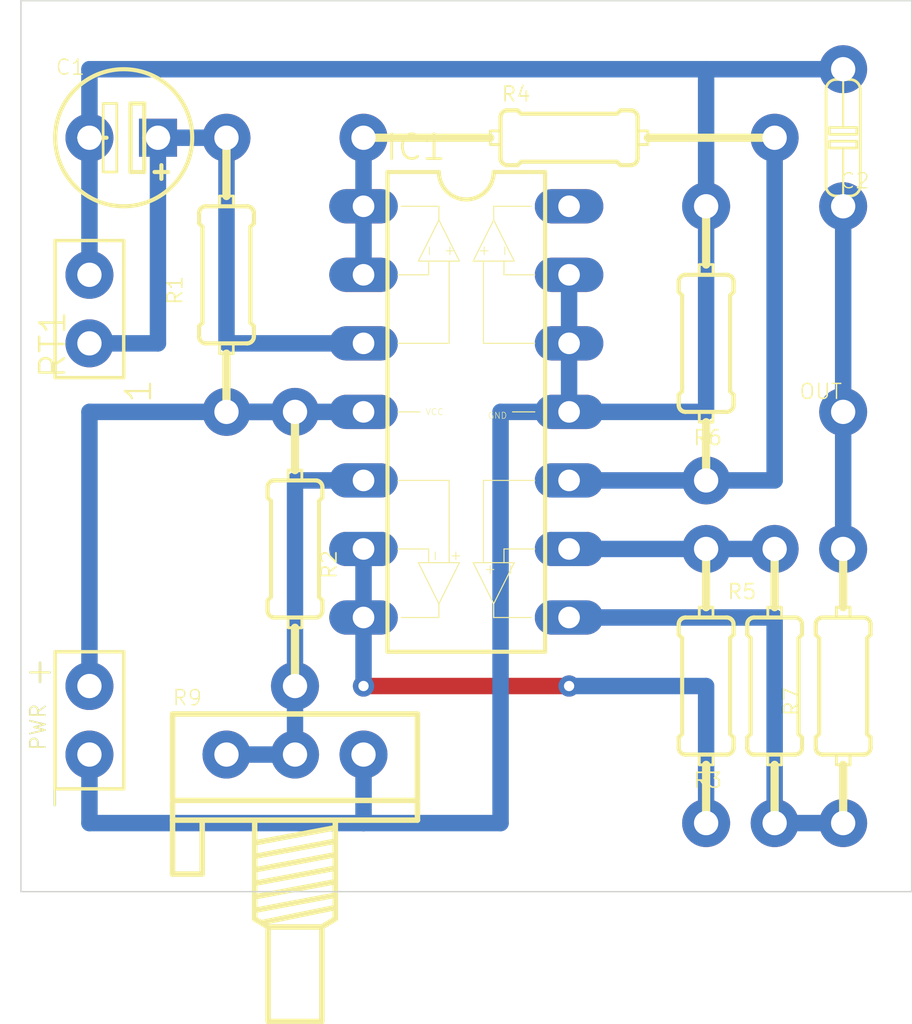
<source format=kicad_pcb>
(kicad_pcb (version 20210424) (generator pcbnew)
  (layers (0 "F.Cu" signal) (31 "B.Cu" signal) (34 "B.Paste" user) (35 "F.Paste" user) (36 "B.SilkS" user "B.Silkscreen") (37 "F.SilkS" user "F.Silkscreen") (38 "B.Mask" user) (39 "F.Mask" user) (44 "Edge.Cuts" user))
  (net 0 "")
  (net 1 "GND")
  (net 2 "N$1")
  (net 3 "VCC")
  (net 4 "N$2")
  (net 5 "N$3")
  (net 6 "N$4")
  (net 7 "N$5")
  (net 8 "N$6")
  (net 9 "N$7")
  (net 10 "N$8")
  (footprint "Pt100-Amplifier-LM324:0204_10-V" (layer "F.Cu") (at 159.9311 113.8936)
    (fp_text reference "R5" (at -0.635 -3.175) (layer "F.SilkS") (effects (font (size 0.54864 0.54864) (thickness 0.06096)) (justify right bottom)))
    (fp_text value "47k")
    (fp_line (start -1.016 -2.286) (end -1.016 -1.905) (layer "F.SilkS") (width 0.1524))
    (fp_line (start 0.889 -1.778) (end 1.016 -1.905) (layer "F.SilkS") (width 0.1524))
    (fp_line (start -0.889 1.778) (end -0.889 -1.778) (layer "F.SilkS") (width 0.1524))
    (fp_line (start 0 5.08) (end 0 2.921) (layer "F.SilkS") (width 0.3048))
    (fp_line (start 1.016 2.286) (end 1.016 1.905) (layer "F.SilkS") (width 0.1524))
    (fp_line (start -0.762 2.54) (end 0.762 2.54) (layer "F.SilkS") (width 0.1524))
    (fp_line (start -0.889 -1.778) (end -1.016 -1.905) (layer "F.SilkS") (width 0.1524))
    (fp_line (start 0 -5.08) (end 0 -2.921) (layer "F.SilkS") (width 0.3048))
    (fp_line (start 0.889 1.778) (end 0.889 -1.778) (layer "F.SilkS") (width 0.1524))
    (fp_line (start -1.016 2.286) (end -1.016 1.905) (layer "F.SilkS") (width 0.1524))
    (fp_line (start -0.889 1.778) (end -1.016 1.905) (layer "F.SilkS") (width 0.1524))
    (fp_line (start 1.016 -2.286) (end 1.016 -1.905) (layer "F.SilkS") (width 0.1524))
    (fp_line (start 0.889 1.778) (end 1.016 1.905) (layer "F.SilkS") (width 0.1524))
    (fp_line (start -0.762 -2.54) (end 0.762 -2.54) (layer "F.SilkS") (width 0.1524))
    (fp_arc (start 0.762 -2.286) (end 0.762 -2.54) (angle 90) (layer "F.SilkS") (width 0.1524))
    (fp_arc (start -0.762 -2.286) (end -0.762 -2.54) (angle -90) (layer "F.SilkS") (width 0.1524))
    (fp_arc (start 0.762 2.286) (end 1.016 2.286) (angle 90) (layer "F.SilkS") (width 0.1524))
    (fp_arc (start -0.762 2.286) (end -1.016 2.286) (angle -90) (layer "F.SilkS") (width 0.1524))
    (fp_arc (start -0.762 2.286) (end -1.016 2.286) (angle -90) (layer "F.SilkS") (width 0.1524))
    (fp_arc (start -0.762 -2.286) (end -0.762 -2.54) (angle -90) (layer "F.SilkS") (width 0.1524))
    (fp_arc (start 0.762 2.286) (end 1.016 2.286) (angle 90) (layer "F.SilkS") (width 0.1524))
    (fp_arc (start 0.762 -2.286) (end 0.762 -2.54) (angle 90) (layer "F.SilkS") (width 0.1524))
    (fp_poly (pts (xy -0.254 -2.921) (xy -0.254 -2.54) (xy 0.254 -2.54) (xy 0.254 -2.921)) (layer "F.SilkS") (width 0) (fill none))
    (fp_poly (pts (xy -0.254 -2.921) (xy -0.254 -2.54) (xy 0.254 -2.54) (xy 0.254 -2.921)) (layer "F.SilkS") (width 0) (fill none))
    (fp_poly (pts (xy -0.254 2.54) (xy -0.254 2.921) (xy 0.254 2.921) (xy 0.254 2.54)) (layer "F.SilkS") (width 0) (fill none))
    (fp_poly (pts (xy -0.254 2.54) (xy -0.254 2.921) (xy 0.254 2.921) (xy 0.254 2.54)) (layer "F.SilkS") (width 0) (fill none))
    (pad "1" thru_hole circle (at 0 -5.08) (size 1.778 1.778) (drill 0.9) (layers *.Cu *.Mask) (net 6 "N$4"))
    (pad "2" thru_hole circle (at 0 5.08) (size 1.778 1.778) (drill 0.9) (layers *.Cu *.Mask) (net 7 "N$5"))
  )
  (footprint "Pt100-Amplifier-LM324:E2,5-5" (layer "F.Cu") (at 135.8011 93.5736)
    (fp_text reference "C1" (at -1.397 -2.286) (layer "F.SilkS") (effects (font (size 0.560832 0.560832) (thickness 0.048768)) (justify right bottom)))
    (fp_text value "100uF")
    (fp_line (start -0.635 0) (end -1.651 0) (layer "F.SilkS") (width 0.1524))
    (fp_line (start 1.397 1.016) (end 1.397 1.27) (layer "F.SilkS") (width 0.1524))
    (fp_line (start 0.762 0) (end 0.762 -1.27) (layer "F.SilkS") (width 0.1524))
    (fp_line (start 1.397 1.27) (end 1.143 1.27) (layer "F.SilkS") (width 0.1524))
    (fp_line (start 0.762 1.27) (end 0.762 0) (layer "F.SilkS") (width 0.1524))
    (fp_line (start 1.651 1.27) (end 1.397 1.27) (layer "F.SilkS") (width 0.1524))
    (fp_line (start 0.254 -1.27) (end 0.254 1.27) (layer "F.SilkS") (width 0.1524))
    (fp_line (start 0.762 -1.27) (end 0.254 -1.27) (layer "F.SilkS") (width 0.1524))
    (fp_line (start 1.651 0) (end 0.762 0) (layer "F.SilkS") (width 0.1524))
    (fp_line (start 1.397 1.27) (end 1.397 1.524) (layer "F.SilkS") (width 0.1524))
    (fp_line (start 0.254 1.27) (end 0.762 1.27) (layer "F.SilkS") (width 0.1524))
    (fp_circle (center 0 0) (end 2.54 0) (layer "F.SilkS") (width 0.1524) (fill none))
    (fp_poly (pts (xy -0.254 -1.27) (xy -0.762 -1.27) (xy -0.762 1.27) (xy -0.254 1.27)) (layer "F.SilkS") (width 0) (fill none))
    (pad "+" thru_hole rect (at 1.27 0) (size 1.408 1.408) (drill 0.9) (layers *.Cu *.Mask) (net 2 "N$1"))
    (pad "-" thru_hole circle (at -1.27 0) (size 1.778 1.778) (drill 0.9) (layers *.Cu *.Mask) (net 1 "GND"))
  )
  (footprint "Pt100-Amplifier-LM324:0204_10" (layer "F.Cu") (at 162.4711 113.8936 90)
    (fp_text reference "R7" (at 0 -1.5875 90) (layer "F.SilkS") (effects (font (size 0.54864 0.54864) (thickness 0.06096)) (justify right bottom)))
    (fp_text value "220k")
    (fp_line (start -2.286 -1.016) (end -1.905 -1.016) (layer "F.SilkS") (width 0.1524))
    (fp_line (start -5.08 0) (end -2.921 0) (layer "F.SilkS") (width 0.3048))
    (fp_line (start -1.778 0.889) (end -1.905 1.016) (layer "F.SilkS") (width 0.1524))
    (fp_line (start 1.778 0.889) (end 1.905 1.016) (layer "F.SilkS") (width 0.1524))
    (fp_line (start -1.778 -0.889) (end -1.905 -1.016) (layer "F.SilkS") (width 0.1524))
    (fp_line (start -2.54 0.762) (end -2.54 -0.762) (layer "F.SilkS") (width 0.1524))
    (fp_line (start -2.286 1.016) (end -1.905 1.016) (layer "F.SilkS") (width 0.1524))
    (fp_line (start 5.08 0) (end 2.921 0) (layer "F.SilkS") (width 0.3048))
    (fp_line (start 2.286 1.016) (end 1.905 1.016) (layer "F.SilkS") (width 0.1524))
    (fp_line (start 1.778 -0.889) (end -1.778 -0.889) (layer "F.SilkS") (width 0.1524))
    (fp_line (start 1.778 -0.889) (end 1.905 -1.016) (layer "F.SilkS") (width 0.1524))
    (fp_line (start 2.54 0.762) (end 2.54 -0.762) (layer "F.SilkS") (width 0.1524))
    (fp_line (start 1.778 0.889) (end -1.778 0.889) (layer "F.SilkS") (width 0.1524))
    (fp_line (start 2.286 -1.016) (end 1.905 -1.016) (layer "F.SilkS") (width 0.1524))
    (fp_arc (start -2.286 -0.762) (end -2.54 -0.762) (angle 90) (layer "F.SilkS") (width 0.1524))
    (fp_arc (start 2.286 -0.762) (end 2.286 -1.016) (angle 90) (layer "F.SilkS") (width 0.1524))
    (fp_arc (start 2.286 0.762) (end 2.286 1.016) (angle -90) (layer "F.SilkS") (width 0.1524))
    (fp_arc (start -2.286 -0.762) (end -2.54 -0.762) (angle 90) (layer "F.SilkS") (width 0.1524))
    (fp_arc (start 2.286 -0.762) (end 2.286 -1.016) (angle 90) (layer "F.SilkS") (width 0.1524))
    (fp_arc (start -2.286 0.762) (end -2.54 0.762) (angle -90) (layer "F.SilkS") (width 0.1524))
    (fp_arc (start 2.286 0.762) (end 2.286 1.016) (angle -90) (layer "F.SilkS") (width 0.1524))
    (fp_arc (start -2.286 0.762) (end -2.54 0.762) (angle -90) (layer "F.SilkS") (width 0.1524))
    (fp_poly (pts (xy -2.921 0.254) (xy -2.54 0.254) (xy -2.54 -0.254) (xy -2.921 -0.254)) (layer "F.SilkS") (width 0) (fill none))
    (fp_poly (pts (xy -2.921 0.254) (xy -2.54 0.254) (xy -2.54 -0.254) (xy -2.921 -0.254)) (layer "F.SilkS") (width 0) (fill none))
    (fp_poly (pts (xy 2.54 0.254) (xy 2.921 0.254) (xy 2.921 -0.254) (xy 2.54 -0.254)) (layer "F.SilkS") (width 0) (fill none))
    (fp_poly (pts (xy 2.54 0.254) (xy 2.921 0.254) (xy 2.921 -0.254) (xy 2.54 -0.254)) (layer "F.SilkS") (width 0) (fill none))
    (pad "1" thru_hole circle (at -5.08 0 90) (size 1.778 1.778) (drill 0.9) (layers *.Cu *.Mask) (net 7 "N$5"))
    (pad "2" thru_hole circle (at 5.08 0 90) (size 1.778 1.778) (drill 0.9) (layers *.Cu *.Mask) (net 8 "N$6"))
  )
  (footprint "Pt100-Amplifier-LM324:0204_10" (layer "F.Cu") (at 142.1511 108.8136 -90)
    (fp_text reference "R2" (at 0 -1.5875 -90) (layer "F.SilkS") (effects (font (size 0.54864 0.54864) (thickness 0.06096)) (justify right bottom)))
    (fp_text value "47k")
    (fp_line (start -2.54 0.762) (end -2.54 -0.762) (layer "F.SilkS") (width 0.1524))
    (fp_line (start 2.286 -1.016) (end 1.905 -1.016) (layer "F.SilkS") (width 0.1524))
    (fp_line (start -2.286 1.016) (end -1.905 1.016) (layer "F.SilkS") (width 0.1524))
    (fp_line (start 1.778 -0.889) (end -1.778 -0.889) (layer "F.SilkS") (width 0.1524))
    (fp_line (start 5.08 0) (end 2.921 0) (layer "F.SilkS") (width 0.3048))
    (fp_line (start -1.778 -0.889) (end -1.905 -1.016) (layer "F.SilkS") (width 0.1524))
    (fp_line (start 2.286 1.016) (end 1.905 1.016) (layer "F.SilkS") (width 0.1524))
    (fp_line (start -1.778 0.889) (end -1.905 1.016) (layer "F.SilkS") (width 0.1524))
    (fp_line (start 1.778 -0.889) (end 1.905 -1.016) (layer "F.SilkS") (width 0.1524))
    (fp_line (start 2.54 0.762) (end 2.54 -0.762) (layer "F.SilkS") (width 0.1524))
    (fp_line (start -5.08 0) (end -2.921 0) (layer "F.SilkS") (width 0.3048))
    (fp_line (start -2.286 -1.016) (end -1.905 -1.016) (layer "F.SilkS") (width 0.1524))
    (fp_line (start 1.778 0.889) (end 1.905 1.016) (layer "F.SilkS") (width 0.1524))
    (fp_line (start 1.778 0.889) (end -1.778 0.889) (layer "F.SilkS") (width 0.1524))
    (fp_arc (start -2.286 0.762) (end -2.54 0.762) (angle -90) (layer "F.SilkS") (width 0.1524))
    (fp_arc (start -2.286 -0.762) (end -2.54 -0.762) (angle 90) (layer "F.SilkS") (width 0.1524))
    (fp_arc (start 2.286 -0.762) (end 2.286 -1.016) (angle 90) (layer "F.SilkS") (width 0.1524))
    (fp_arc (start -2.286 -0.762) (end -2.54 -0.762) (angle 90) (layer "F.SilkS") (width 0.1524))
    (fp_arc (start 2.286 0.762) (end 2.286 1.016) (angle -90) (layer "F.SilkS") (width 0.1524))
    (fp_arc (start 2.286 -0.762) (end 2.286 -1.016) (angle 90) (layer "F.SilkS") (width 0.1524))
    (fp_arc (start -2.286 0.762) (end -2.54 0.762) (angle -90) (layer "F.SilkS") (width 0.1524))
    (fp_arc (start 2.286 0.762) (end 2.286 1.016) (angle -90) (layer "F.SilkS") (width 0.1524))
    (fp_poly (pts (xy 2.54 0.254) (xy 2.921 0.254) (xy 2.921 -0.254) (xy 2.54 -0.254)) (layer "F.SilkS") (width 0) (fill none))
    (fp_poly (pts (xy -2.921 0.254) (xy -2.54 0.254) (xy -2.54 -0.254) (xy -2.921 -0.254)) (layer "F.SilkS") (width 0) (fill none))
    (fp_poly (pts (xy 2.54 0.254) (xy 2.921 0.254) (xy 2.921 -0.254) (xy 2.54 -0.254)) (layer "F.SilkS") (width 0) (fill none))
    (fp_poly (pts (xy -2.921 0.254) (xy -2.54 0.254) (xy -2.54 -0.254) (xy -2.921 -0.254)) (layer "F.SilkS") (width 0) (fill none))
    (pad "1" thru_hole circle (at -5.08 0 270) (size 1.778 1.778) (drill 0.9) (layers *.Cu *.Mask) (net 3 "VCC"))
    (pad "2" thru_hole circle (at 5.08 0 270) (size 1.778 1.778) (drill 0.9) (layers *.Cu *.Mask) (net 10 "N$8"))
  )
  (footprint "Pt100-Amplifier-LM324:SPAD-2" (layer "F.Cu") (at 134.5311 99.9236)
    (fp_text reference "RT1" (at -1.905 0 90) (layer "F.SilkS") (effects (font (size 0.92456 0.92456) (thickness 0.09144)) (justify right top)))
    (fp_text value "SPAD-2" hide)
    (fp_text user "1" (at 1.27 2.54 90) (layer "F.SilkS") (effects (font (size 0.93472 0.93472) (thickness 0.08128)) (justify right top)))
    (fp_line (start 1.27 -2.54) (end -1.27 -2.54) (layer "F.SilkS") (width 0.127))
    (fp_line (start -1.27 -2.54) (end -1.27 2.54) (layer "F.SilkS") (width 0.127))
    (fp_line (start -1.27 2.54) (end 1.27 2.54) (layer "F.SilkS") (width 0.127))
    (fp_line (start 1.27 2.54) (end 1.27 -2.54) (layer "F.SilkS") (width 0.127))
    (pad "1" thru_hole circle (at 0 1.27) (size 1.778 1.778) (drill 0.9) (layers *.Cu) (net 2 "N$1"))
    (pad "2" thru_hole circle (at 0 -1.27) (size 1.778 1.778) (drill 0.9) (layers *.Cu) (net 1 "GND"))
  )
  (footprint "Pt100-Amplifier-LM324:DIL14-LM324" (layer "F.Cu") (at 148.5011 103.7336)
    (fp_text reference "IC1" (at -3.048 -9.271) (layer "F.SilkS") (effects (font (size 0.9144 0.9144) (thickness 0.1016)) (justify left bottom)))
    (fp_text value "LM324-LM324" hide)
    (fp_text user "+" (at 0.635 5.588 90) (layer "F.SilkS") (effects (font (size 0.373888 0.373888) (thickness 0.032512)) (justify right top)))
    (fp_text user "+" (at -0.635 5.588 -90) (layer "F.SilkS") (effects (font (size 0.373888 0.373888) (thickness 0.032512)) (justify right top mirror)))
    (fp_text user "VCC" (at -1.524 0) (layer "F.SilkS") (effects (font (size 0.23368 0.23368) (thickness 0.02032)) (justify left)))
    (fp_text user "-" (at -1.397 -5.715 90) (layer "F.SilkS") (effects (font (size 0.373888 0.373888) (thickness 0.032512)) (justify left)))
    (fp_text user "-" (at 1.397 -5.715 90) (layer "F.SilkS") (effects (font (size 0.373888 0.373888) (thickness 0.032512)) (justify left)))
    (fp_text user "+" (at -0.635 -5.715 90) (layer "F.SilkS") (effects (font (size 0.373888 0.373888) (thickness 0.032512)) (justify left)))
    (fp_text user "GND" (at 1.524 0) (layer "F.SilkS") (effects (font (size 0.23368 0.23368) (thickness 0.02032)) (justify right top)))
    (fp_text user "-" (at -1.397 5.588 -90) (layer "F.SilkS") (effects (font (size 0.373888 0.373888) (thickness 0.032512)) (justify right top mirror)))
    (fp_text user "-" (at 1.397 5.588 90) (layer "F.SilkS") (effects (font (size 0.373888 0.373888) (thickness 0.032512)) (justify right top)))
    (fp_text user "+" (at 0.635 -5.715 90) (layer "F.SilkS") (effects (font (size 0.373888 0.373888) (thickness 0.032512)) (justify left)))
    (fp_line (start 2.921 8.89) (end 2.921 -8.89) (layer "F.SilkS") (width 0.1524))
    (fp_line (start 1.016 7.112) (end 1.016 7.62) (layer "F.SilkS") (width 0.04064))
    (fp_line (start -1.397 5.588) (end -0.635 5.588) (layer "F.SilkS") (width 0.04064))
    (fp_line (start -1.016 7.112) (end -1.778 5.588) (layer "F.SilkS") (width 0.04064))
    (fp_line (start -2.54 5.08) (end -1.397 5.08) (layer "F.SilkS") (width 0.04064))
    (fp_line (start 0.635 2.54) (end 0.635 5.588) (layer "F.SilkS") (width 0.04064))
    (fp_line (start 2.54 0) (end 1.7145 0) (layer "F.SilkS") (width 0.04064))
    (fp_line (start 0.635 -5.588) (end 0.254 -5.588) (layer "F.SilkS") (width 0.04064))
    (fp_line (start 1.016 -7.112) (end 1.778 -5.588) (layer "F.SilkS") (width 0.04064))
    (fp_line (start -1.778 5.588) (end -1.397 5.588) (layer "F.SilkS") (width 0.04064))
    (fp_line (start -2.54 -5.08) (end -1.397 -5.08) (layer "F.SilkS") (width 0.04064))
    (fp_line (start -2.54 2.54) (end -0.635 2.54) (layer "F.SilkS") (width 0.04064))
    (fp_line (start 2.54 -5.08) (end 1.397 -5.08) (layer "F.SilkS") (width 0.04064))
    (fp_line (start 2.54 2.54) (end 0.635 2.54) (layer "F.SilkS") (width 0.04064))
    (fp_line (start -1.016 -7.62) (end -2.413 -7.62) (layer "F.SilkS") (width 0.04064))
    (fp_line (start -0.254 5.588) (end -1.016 7.112) (layer "F.SilkS") (width 0.04064))
    (fp_line (start -1.397 -5.08) (end -1.397 -5.588) (layer "F.SilkS") (width 0.04064))
    (fp_line (start -1.778 -5.588) (end -1.397 -5.588) (layer "F.SilkS") (width 0.04064))
    (fp_line (start -2.921 -8.89) (end -1.016 -8.89) (layer "F.SilkS") (width 0.1524))
    (fp_line (start 0.635 5.588) (end 0.254 5.588) (layer "F.SilkS") (width 0.04064))
    (fp_line (start 1.397 5.588) (end 0.635 5.588) (layer "F.SilkS") (width 0.04064))
    (fp_line (start 2.54 -2.54) (end 0.635 -2.54) (layer "F.SilkS") (width 0.04064))
    (fp_line (start 2.921 8.89) (end -2.921 8.89) (layer "F.SilkS") (width 0.1524))
    (fp_line (start -1.016 -7.112) (end -1.778 -5.588) (layer "F.SilkS") (width 0.04064))
    (fp_line (start 1.016 7.62) (end 2.413 7.62) (layer "F.SilkS") (width 0.04064))
    (fp_line (start 1.778 5.588) (end 1.397 5.588) (layer "F.SilkS") (width 0.04064))
    (fp_line (start 2.921 -8.89) (end 1.016 -8.89) (layer "F.SilkS") (width 0.1524))
    (fp_line (start 1.778 -5.588) (end 1.397 -5.588) (layer "F.SilkS") (width 0.04064))
    (fp_line (start -0.635 2.54) (end -0.635 5.588) (layer "F.SilkS") (width 0.04064))
    (fp_line (start 0.635 -2.54) (end 0.635 -5.588) (layer "F.SilkS") (width 0.04064))
    (fp_line (start 1.397 5.08) (end 1.397 5.588) (layer "F.SilkS") (width 0.04064))
    (fp_line (start -1.397 5.08) (end -1.397 5.588) (layer "F.SilkS") (width 0.04064))
    (fp_line (start 1.397 -5.08) (end 1.397 -5.588) (layer "F.SilkS") (width 0.04064))
    (fp_line (start -1.397 -5.588) (end -0.635 -5.588) (layer "F.SilkS") (width 0.04064))
    (fp_line (start -0.635 -2.54) (end -0.635 -5.588) (layer "F.SilkS") (width 0.04064))
    (fp_line (start 0.254 -5.588) (end 1.016 -7.112) (layer "F.SilkS") (width 0.04064))
    (fp_line (start 1.397 -5.588) (end 0.635 -5.588) (layer "F.SilkS") (width 0.04064))
    (fp_line (start 1.016 -7.62) (end 2.413 -7.62) (layer "F.SilkS") (width 0.04064))
    (fp_line (start -1.016 -7.112) (end -1.016 -7.62) (layer "F.SilkS") (width 0.04064))
    (fp_line (start -1.016 7.62) (end -2.413 7.62) (layer "F.SilkS") (width 0.04064))
    (fp_line (start -0.254 -5.588) (end -1.016 -7.112) (layer "F.SilkS") (width 0.04064))
    (fp_line (start -0.635 5.588) (end -0.254 5.588) (layer "F.SilkS") (width 0.04064))
    (fp_line (start -2.54 -2.54) (end -0.635 -2.54) (layer "F.SilkS") (width 0.04064))
    (fp_line (start -2.921 -8.89) (end -2.921 8.89) (layer "F.SilkS") (width 0.1524))
    (fp_line (start -1.016 7.112) (end -1.016 7.62) (layer "F.SilkS") (width 0.04064))
    (fp_line (start -2.54 0) (end -1.7145 0) (layer "F.SilkS") (width 0.04064))
    (fp_line (start 2.54 5.08) (end 1.397 5.08) (layer "F.SilkS") (width 0.04064))
    (fp_line (start 0.254 5.588) (end 1.016 7.112) (layer "F.SilkS") (width 0.04064))
    (fp_line (start 1.016 -7.112) (end 1.016 -7.62) (layer "F.SilkS") (width 0.04064))
    (fp_line (start 1.016 7.112) (end 1.778 5.588) (layer "F.SilkS") (width 0.04064))
    (fp_line (start -0.635 -5.588) (end -0.254 -5.588) (layer "F.SilkS") (width 0.04064))
    (fp_arc (start 0 -8.89) (end 1.016 -8.89) (angle 180) (layer "F.SilkS") (width 0.1524))
    (pad "1" thru_hole oval (at -3.81 -7.62) (size 2.54 1.27) (drill 0.8) (layers *.Cu *.Mask) (net 4 "N$2"))
    (pad "2" thru_hole oval (at -3.81 -5.08) (size 2.54 1.27) (drill 0.8) (layers *.Cu *.Mask) (net 4 "N$2"))
    (pad "3" thru_hole oval (at -3.81 -2.54) (size 2.54 1.27) (drill 0.8) (layers *.Cu *.Mask) (net 2 "N$1"))
    (pad "4" thru_hole oval (at -3.81 0) (size 2.54 1.27) (drill 0.8) (layers *.Cu *.Mask) (net 3 "VCC"))
    (pad "5" thru_hole oval (at -3.81 2.54) (size 2.54 1.27) (drill 0.8) (layers *.Cu *.Mask) (net 10 "N$8"))
    (pad "6" thru_hole oval (at -3.81 5.08) (size 2.54 1.27) (drill 0.8) (layers *.Cu *.Mask) (net 9 "N$7"))
    (pad "7" thru_hole oval (at -3.81 7.62) (size 2.54 1.27) (drill 0.8) (layers *.Cu *.Mask) (net 9 "N$7"))
    (pad "8" thru_hole oval (at 3.81 7.62) (size 2.54 1.27) (drill 0.8) (layers *.Cu *.Mask) (net 7 "N$5"))
    (pad "9" thru_hole oval (at 3.81 5.08) (size 2.54 1.27) (drill 0.8) (layers *.Cu *.Mask) (net 6 "N$4"))
    (pad "10" thru_hole oval (at 3.81 2.54) (size 2.54 1.27) (drill 0.8) (layers *.Cu *.Mask) (net 5 "N$3"))
    (pad "11" thru_hole oval (at 3.81 0) (size 2.54 1.27) (drill 0.8) (layers *.Cu *.Mask) (net 1 "GND"))
    (pad "12" thru_hole oval (at 3.81 -2.54) (size 2.54 1.27) (drill 0.8) (layers *.Cu *.Mask) (net 1 "GND"))
    (pad "13" thru_hole oval (at 3.81 -5.08) (size 2.54 1.27) (drill 0.8) (layers *.Cu *.Mask) (net 1 "GND"))
    (pad "14" thru_hole oval (at 3.81 -7.62) (size 2.54 1.27) (drill 0.8) (layers *.Cu *.Mask))
  )
  (footprint "Pt100-Amplifier-LM324:0204_10-V" (layer "F.Cu") (at 157.3911 113.8936 180)
    (fp_text reference "R3" (at -0.635 -3.175 180) (layer "F.SilkS") (effects (font (size 0.54864 0.54864) (thickness 0.06096)) (justify right top)))
    (fp_text value "10k")
    (fp_line (start 0.889 1.778) (end 1.016 1.905) (layer "F.SilkS") (width 0.1524))
    (fp_line (start -1.016 -2.286) (end -1.016 -1.905) (layer "F.SilkS") (width 0.1524))
    (fp_line (start -0.889 -1.778) (end -1.016 -1.905) (layer "F.SilkS") (width 0.1524))
    (fp_line (start -0.762 -2.54) (end 0.762 -2.54) (layer "F.SilkS") (width 0.1524))
    (fp_line (start 1.016 -2.286) (end 1.016 -1.905) (layer "F.SilkS") (width 0.1524))
    (fp_line (start -0.889 1.778) (end -0.889 -1.778) (layer "F.SilkS") (width 0.1524))
    (fp_line (start 0 5.08) (end 0 2.921) (layer "F.SilkS") (width 0.3048))
    (fp_line (start 1.016 2.286) (end 1.016 1.905) (layer "F.SilkS") (width 0.1524))
    (fp_line (start 0.889 -1.778) (end 1.016 -1.905) (layer "F.SilkS") (width 0.1524))
    (fp_line (start -0.762 2.54) (end 0.762 2.54) (layer "F.SilkS") (width 0.1524))
    (fp_line (start -1.016 2.286) (end -1.016 1.905) (layer "F.SilkS") (width 0.1524))
    (fp_line (start -0.889 1.778) (end -1.016 1.905) (layer "F.SilkS") (width 0.1524))
    (fp_line (start 0 -5.08) (end 0 -2.921) (layer "F.SilkS") (width 0.3048))
    (fp_line (start 0.889 1.778) (end 0.889 -1.778) (layer "F.SilkS") (width 0.1524))
    (fp_arc (start -0.762 2.286) (end -1.016 2.286) (angle -90) (layer "F.SilkS") (width 0.1524))
    (fp_arc (start -0.762 2.286) (end -1.016 2.286) (angle -90) (layer "F.SilkS") (width 0.1524))
    (fp_arc (start -0.762 -2.286) (end -0.762 -2.54) (angle -90) (layer "F.SilkS") (width 0.1524))
    (fp_arc (start 0.762 -2.286) (end 0.762 -2.54) (angle 90) (layer "F.SilkS") (width 0.1524))
    (fp_arc (start -0.762 -2.286) (end -0.762 -2.54) (angle -90) (layer "F.SilkS") (width 0.1524))
    (fp_arc (start 0.762 -2.286) (end 0.762 -2.54) (angle 90) (layer "F.SilkS") (width 0.1524))
    (fp_arc (start 0.762 2.286) (end 1.016 2.286) (angle 90) (layer "F.SilkS") (width 0.1524))
    (fp_arc (start 0.762 2.286) (end 1.016 2.286) (angle 90) (layer "F.SilkS") (width 0.1524))
    (fp_poly (pts (xy -0.254 -2.921) (xy -0.254 -2.54) (xy 0.254 -2.54) (xy 0.254 -2.921)) (layer "F.SilkS") (width 0) (fill none))
    (fp_poly (pts (xy -0.254 -2.921) (xy -0.254 -2.54) (xy 0.254 -2.54) (xy 0.254 -2.921)) (layer "F.SilkS") (width 0) (fill none))
    (fp_poly (pts (xy -0.254 2.54) (xy -0.254 2.921) (xy 0.254 2.921) (xy 0.254 2.54)) (layer "F.SilkS") (width 0) (fill none))
    (fp_poly (pts (xy -0.254 2.54) (xy -0.254 2.921) (xy 0.254 2.921) (xy 0.254 2.54)) (layer "F.SilkS") (width 0) (fill none))
    (pad "1" thru_hole circle (at 0 -5.08 180) (size 1.778 1.778) (drill 0.9) (layers *.Cu *.Mask) (net 9 "N$7"))
    (pad "2" thru_hole circle (at 0 5.08 180) (size 1.778 1.778) (drill 0.9) (layers *.Cu *.Mask) (net 6 "N$4"))
  )
  (footprint "Pt100-Amplifier-LM324:0204_15" (layer "F.Cu") (at 152.3111 93.5736)
    (fp_text reference "R4" (at -2.54 -1.2954) (layer "F.SilkS") (effects (font (size 0.54864 0.54864) (thickness 0.06096)) (justify left bottom)))
    (fp_text value "10k")
    (fp_line (start -7.62 0) (end -2.921 0) (layer "F.SilkS") (width 0.3048))
    (fp_line (start 2.54 0.762) (end 2.54 -0.762) (layer "F.SilkS") (width 0.1524))
    (fp_line (start 1.778 -0.889) (end -1.778 -0.889) (layer "F.SilkS") (width 0.1524))
    (fp_line (start -2.286 -1.016) (end -1.905 -1.016) (layer "F.SilkS") (width 0.1524))
    (fp_line (start 1.778 -0.889) (end 1.905 -1.016) (layer "F.SilkS") (width 0.1524))
    (fp_line (start -2.54 0.762) (end -2.54 -0.762) (layer "F.SilkS") (width 0.1524))
    (fp_line (start -1.778 0.889) (end -1.905 1.016) (layer "F.SilkS") (width 0.1524))
    (fp_line (start -1.778 -0.889) (end -1.905 -1.016) (layer "F.SilkS") (width 0.1524))
    (fp_line (start 1.778 0.889) (end -1.778 0.889) (layer "F.SilkS") (width 0.1524))
    (fp_line (start 1.778 0.889) (end 1.905 1.016) (layer "F.SilkS") (width 0.1524))
    (fp_line (start 2.286 1.016) (end 1.905 1.016) (layer "F.SilkS") (width 0.1524))
    (fp_line (start 2.286 -1.016) (end 1.905 -1.016) (layer "F.SilkS") (width 0.1524))
    (fp_line (start -2.286 1.016) (end -1.905 1.016) (layer "F.SilkS") (width 0.1524))
    (fp_line (start 7.62 0) (end 2.921 0) (layer "F.SilkS") (width 0.3048))
    (fp_arc (start -2.286 -0.762) (end -2.54 -0.762) (angle 90) (layer "F.SilkS") (width 0.1524))
    (fp_arc (start 2.286 -0.762) (end 2.286 -1.016) (angle 90) (layer "F.SilkS") (width 0.1524))
    (fp_arc (start -2.286 0.762) (end -2.54 0.762) (angle -90) (layer "F.SilkS") (width 0.1524))
    (fp_arc (start -2.286 0.762) (end -2.54 0.762) (angle -90) (layer "F.SilkS") (width 0.1524))
    (fp_arc (start 2.286 -0.762) (end 2.286 -1.016) (angle 90) (layer "F.SilkS") (width 0.1524))
    (fp_arc (start 2.286 0.762) (end 2.286 1.016) (angle -90) (layer "F.SilkS") (width 0.1524))
    (fp_arc (start -2.286 -0.762) (end -2.54 -0.762) (angle 90) (layer "F.SilkS") (width 0.1524))
    (fp_arc (start 2.286 0.762) (end 2.286 1.016) (angle -90) (layer "F.SilkS") (width 0.1524))
    (fp_poly (pts (xy -2.921 0.254) (xy -2.54 0.254) (xy -2.54 -0.254) (xy -2.921 -0.254)) (layer "F.SilkS") (width 0) (fill none))
    (fp_poly (pts (xy 2.54 0.254) (xy 2.921 0.254) (xy 2.921 -0.254) (xy 2.54 -0.254)) (layer "F.SilkS") (width 0) (fill none))
    (fp_poly (pts (xy -2.921 0.254) (xy -2.54 0.254) (xy -2.54 -0.254) (xy -2.921 -0.254)) (layer "F.SilkS") (width 0) (fill none))
    (fp_poly (pts (xy 2.54 0.254) (xy 2.921 0.254) (xy 2.921 -0.254) (xy 2.54 -0.254)) (layer "F.SilkS") (width 0) (fill none))
    (pad "1" thru_hole circle (at -7.62 0) (size 1.778 1.778) (drill 0.9) (layers *.Cu *.Mask) (net 4 "N$2"))
    (pad "2" thru_hole circle (at 7.62 0) (size 1.778 1.778) (drill 0.9) (layers *.Cu *.Mask) (net 5 "N$3"))
  )
  (footprint "Pt100-Amplifier-LM324:C050-020X044_V" (layer "F.Cu") (at 162.4711 93.5736 180)
    (fp_text reference "C2" (at -1.016 -1.27 180) (layer "F.SilkS") (effects (font (size 0.560832 0.560832) (thickness 0.048768)) (justify right top)))
    (fp_text value "100nF")
    (fp_line (start 0.254 2.159) (end -0.254 2.159) (layer "F.SilkS") (width 0.1016))
    (fp_line (start -0.635 -1.778) (end -0.635 1.778) (layer "F.SilkS") (width 0.1016))
    (fp_line (start -0.254 -2.159) (end 0.254 -2.159) (layer "F.SilkS") (width 0.1016))
    (fp_line (start 0.635 1.778) (end 0.635 -1.778) (layer "F.SilkS") (width 0.1016))
    (fp_line (start 0 -2.54) (end 0 -0.3937) (layer "F.SilkS") (width 0.0762))
    (fp_line (start 0 2.54) (end 0 0.381) (layer "F.SilkS") (width 0.0762))
    (fp_arc (start -0.253999 1.778) (end -0.254 2.159) (angle 90) (layer "F.SilkS") (width 0.1016))
    (fp_arc (start -0.253999 -1.778) (end -0.254 -2.159) (angle -90) (layer "F.SilkS") (width 0.1016))
    (fp_arc (start 0.253999 1.778) (end 0.254 2.159) (angle -90) (layer "F.SilkS") (width 0.1016))
    (fp_arc (start 0.253999 -1.778) (end 0.254 -2.159) (angle 90) (layer "F.SilkS") (width 0.1016))
    (fp_poly (pts (xy -0.508 -0.127) (xy 0.508 -0.127) (xy 0.508 -0.381) (xy -0.508 -0.381)) (layer "F.SilkS") (width 0) (fill none))
    (fp_poly (pts (xy 0.508 0.127) (xy -0.508 0.127) (xy -0.508 0.381) (xy 0.508 0.381)) (layer "F.SilkS") (width 0) (fill none))
    (pad "1" thru_hole circle (at 0 -2.54 180) (size 1.778 1.778) (drill 0.9) (layers *.Cu *.Mask) (net 8 "N$6"))
    (pad "2" thru_hole circle (at 0 2.54 180) (size 1.778 1.778) (drill 0.9) (layers *.Cu *.Mask) (net 1 "GND"))
  )
  (footprint "Pt100-Amplifier-LM324:0204_10" (layer "F.Cu") (at 139.6111 98.6536 90)
    (fp_text reference "R1" (at 0 -1.5875 90) (layer "F.SilkS") (effects (font (size 0.54864 0.54864) (thickness 0.06096)) (justify right bottom)))
    (fp_text value "1k")
    (fp_line (start 2.54 0.762) (end 2.54 -0.762) (layer "F.SilkS") (width 0.1524))
    (fp_line (start -1.778 -0.889) (end -1.905 -1.016) (layer "F.SilkS") (width 0.1524))
    (fp_line (start -1.778 0.889) (end -1.905 1.016) (layer "F.SilkS") (width 0.1524))
    (fp_line (start 1.778 -0.889) (end -1.778 -0.889) (layer "F.SilkS") (width 0.1524))
    (fp_line (start 1.778 0.889) (end -1.778 0.889) (layer "F.SilkS") (width 0.1524))
    (fp_line (start -5.08 0) (end -2.921 0) (layer "F.SilkS") (width 0.3048))
    (fp_line (start 1.778 -0.889) (end 1.905 -1.016) (layer "F.SilkS") (width 0.1524))
    (fp_line (start -2.286 1.016) (end -1.905 1.016) (layer "F.SilkS") (width 0.1524))
    (fp_line (start 2.286 -1.016) (end 1.905 -1.016) (layer "F.SilkS") (width 0.1524))
    (fp_line (start 5.08 0) (end 2.921 0) (layer "F.SilkS") (width 0.3048))
    (fp_line (start 2.286 1.016) (end 1.905 1.016) (layer "F.SilkS") (width 0.1524))
    (fp_line (start 1.778 0.889) (end 1.905 1.016) (layer "F.SilkS") (width 0.1524))
    (fp_line (start -2.286 -1.016) (end -1.905 -1.016) (layer "F.SilkS") (width 0.1524))
    (fp_line (start -2.54 0.762) (end -2.54 -0.762) (layer "F.SilkS") (width 0.1524))
    (fp_arc (start 2.286 -0.762) (end 2.286 -1.016) (angle 90) (layer "F.SilkS") (width 0.1524))
    (fp_arc (start 2.286 -0.762) (end 2.286 -1.016) (angle 90) (layer "F.SilkS") (width 0.1524))
    (fp_arc (start -2.286 0.762) (end -2.54 0.762) (angle -90) (layer "F.SilkS") (width 0.1524))
    (fp_arc (start -2.286 0.762) (end -2.54 0.762) (angle -90) (layer "F.SilkS") (width 0.1524))
    (fp_arc (start 2.286 0.762) (end 2.286 1.016) (angle -90) (layer "F.SilkS") (width 0.1524))
    (fp_arc (start -2.286 -0.762) (end -2.54 -0.762) (angle 90) (layer "F.SilkS") (width 0.1524))
    (fp_arc (start -2.286 -0.762) (end -2.54 -0.762) (angle 90) (layer "F.SilkS") (width 0.1524))
    (fp_arc (start 2.286 0.762) (end 2.286 1.016) (angle -90) (layer "F.SilkS") (width 0.1524))
    (fp_poly (pts (xy -2.921 0.254) (xy -2.54 0.254) (xy -2.54 -0.254) (xy -2.921 -0.254)) (layer "F.SilkS") (width 0) (fill none))
    (fp_poly (pts (xy 2.54 0.254) (xy 2.921 0.254) (xy 2.921 -0.254) (xy 2.54 -0.254)) (layer "F.SilkS") (width 0) (fill none))
    (fp_poly (pts (xy 2.54 0.254) (xy 2.921 0.254) (xy 2.921 -0.254) (xy 2.54 -0.254)) (layer "F.SilkS") (width 0) (fill none))
    (fp_poly (pts (xy -2.921 0.254) (xy -2.54 0.254) (xy -2.54 -0.254) (xy -2.921 -0.254)) (layer "F.SilkS") (width 0) (fill none))
    (pad "1" thru_hole circle (at -5.08 0 90) (size 1.778 1.778) (drill 0.9) (layers *.Cu *.Mask) (net 3 "VCC"))
    (pad "2" thru_hole circle (at 5.08 0 90) (size 1.778 1.778) (drill 0.9) (layers *.Cu *.Mask) (net 2 "N$1"))
  )
  (footprint "Pt100-Amplifier-LM324:PWR-L" (layer "F.Cu") (at 134.5311 116.4336)
    (fp_text reference "S5" hide)
    (fp_text value "VCC_GNDPWR-L")
    (fp_text user "+" (at -1.905 -3.048 90) (layer "B.Cu") (effects (font (size 0.93472 0.93472) (thickness 0.08128))))
    (fp_text user "PWR" (at -1.905 -1.016 90) (layer "B.Cu") (effects (font (size 0.554736 0.554736) (thickness 0.054864))))
    (fp_text user "-" (at -1.905 0.889 90) (layer "B.Cu") (effects (font (size 0.93472 0.93472) (thickness 0.08128)) (justify right top)))
    (fp_text user "+" (at -1.905 -3.048 90) (layer "F.SilkS") (effects (font (size 0.93472 0.93472) (thickness 0.08128))))
    (fp_text user "-" (at -1.905 0.889 90) (layer "F.SilkS") (effects (font (size 0.93472 0.93472) (thickness 0.08128)) (justify right top)))
    (fp_text user "PWR" (at -1.905 -1.016 90) (layer "F.SilkS") (effects (font (size 0.554736 0.554736) (thickness 0.054864))))
    (fp_line (start 1.27 1.27) (end 1.27 -3.81) (layer "F.SilkS") (width 0.127))
    (fp_line (start -1.27 -3.81) (end -1.27 1.27) (layer "F.SilkS") (width 0.127))
    (fp_line (start -1.27 1.27) (end 1.27 1.27) (layer "F.SilkS") (width 0.127))
    (fp_line (start 1.27 -3.81) (end -1.27 -3.81) (layer "F.SilkS") (width 0.127))
    (pad "1" thru_hole circle (at 0 0 180) (size 1.778 1.778) (drill 0.9) (layers *.Cu) (net 1 "GND"))
    (pad "2" thru_hole circle (at 0 -2.54 180) (size 1.778 1.778) (drill 0.9) (layers *.Cu) (net 3 "VCC"))
  )
  (footprint "Pt100-Amplifier-LM324:0204_10-V" (layer "F.Cu") (at 157.3911 101.1936 180)
    (fp_text reference "R6" (at -0.635 -3.175 180) (layer "F.SilkS") (effects (font (size 0.54864 0.54864) (thickness 0.06096)) (justify right top)))
    (fp_text value "47k")
    (fp_line (start 0 -5.08) (end 0 -2.921) (layer "F.SilkS") (width 0.3048))
    (fp_line (start 0.889 1.778) (end 0.889 -1.778) (layer "F.SilkS") (width 0.1524))
    (fp_line (start -0.889 -1.778) (end -1.016 -1.905) (layer "F.SilkS") (width 0.1524))
    (fp_line (start -0.889 1.778) (end -1.016 1.905) (layer "F.SilkS") (width 0.1524))
    (fp_line (start 1.016 -2.286) (end 1.016 -1.905) (layer "F.SilkS") (width 0.1524))
    (fp_line (start 1.016 2.286) (end 1.016 1.905) (layer "F.SilkS") (width 0.1524))
    (fp_line (start -1.016 2.286) (end -1.016 1.905) (layer "F.SilkS") (width 0.1524))
    (fp_line (start 0.889 1.778) (end 1.016 1.905) (layer "F.SilkS") (width 0.1524))
    (fp_line (start -0.762 -2.54) (end 0.762 -2.54) (layer "F.SilkS") (width 0.1524))
    (fp_line (start -0.889 1.778) (end -0.889 -1.778) (layer "F.SilkS") (width 0.1524))
    (fp_line (start 0.889 -1.778) (end 1.016 -1.905) (layer "F.SilkS") (width 0.1524))
    (fp_line (start -0.762 2.54) (end 0.762 2.54) (layer "F.SilkS") (width 0.1524))
    (fp_line (start -1.016 -2.286) (end -1.016 -1.905) (layer "F.SilkS") (width 0.1524))
    (fp_line (start 0 5.08) (end 0 2.921) (layer "F.SilkS") (width 0.3048))
    (fp_arc (start -0.762 -2.286) (end -0.762 -2.54) (angle -90) (layer "F.SilkS") (width 0.1524))
    (fp_arc (start -0.762 2.286) (end -1.016 2.286) (angle -90) (layer "F.SilkS") (width 0.1524))
    (fp_arc (start -0.762 2.286) (end -1.016 2.286) (angle -90) (layer "F.SilkS") (width 0.1524))
    (fp_arc (start -0.762 -2.286) (end -0.762 -2.54) (angle -90) (layer "F.SilkS") (width 0.1524))
    (fp_arc (start 0.762 2.286) (end 1.016 2.286) (angle 90) (layer "F.SilkS") (width 0.1524))
    (fp_arc (start 0.762 2.286) (end 1.016 2.286) (angle 90) (layer "F.SilkS") (width 0.1524))
    (fp_arc (start 0.762 -2.286) (end 0.762 -2.54) (angle 90) (layer "F.SilkS") (width 0.1524))
    (fp_arc (start 0.762 -2.286) (end 0.762 -2.54) (angle 90) (layer "F.SilkS") (width 0.1524))
    (fp_poly (pts (xy -0.254 2.54) (xy -0.254 2.921) (xy 0.254 2.921) (xy 0.254 2.54)) (layer "F.SilkS") (width 0) (fill none))
    (fp_poly (pts (xy -0.254 -2.921) (xy -0.254 -2.54) (xy 0.254 -2.54) (xy 0.254 -2.921)) (layer "F.SilkS") (width 0) (fill none))
    (fp_poly (pts (xy -0.254 2.54) (xy -0.254 2.921) (xy 0.254 2.921) (xy 0.254 2.54)) (layer "F.SilkS") (width 0) (fill none))
    (fp_poly (pts (xy -0.254 -2.921) (xy -0.254 -2.54) (xy 0.254 -2.54) (xy 0.254 -2.921)) (layer "F.SilkS") (width 0) (fill none))
    (pad "1" thru_hole circle (at 0 -5.08 180) (size 1.778 1.778) (drill 0.9) (layers *.Cu *.Mask) (net 5 "N$3"))
    (pad "2" thru_hole circle (at 0 5.08 180) (size 1.778 1.778) (drill 0.9) (layers *.Cu *.Mask) (net 1 "GND"))
  )
  (footprint "Pt100-Amplifier-LM324:SPAD" (layer "F.Cu") (at 162.4711 103.7336 -90)
    (fp_text reference "OUT" (at -1.0795 0) (layer "F.SilkS") (effects (font (size 0.554736 0.554736) (thickness 0.054864)) (justify right top)))
    (fp_text value "HPORT" hide)
    (pad "1" thru_hole circle (at 0 0 270) (size 1.778 1.778) (drill 0.9) (layers *.Cu) (net 8 "N$6"))
  )
  (footprint "Pt100-Amplifier-LM324:POT" (layer "F.Cu") (at 142.1511 116.4336)
    (fp_text reference "R9" (at -4.572 -1.778) (layer "F.SilkS") (effects (font (size 0.560832 0.560832) (thickness 0.048768)) (justify left bottom)))
    (fp_text value "")
    (fp_line (start 0.995 6.39) (end 1.495 6.09) (layer "F.SilkS") (width 0.2032))
    (fp_line (start -0.995 6.39) (end 0.995 6.39) (layer "F.SilkS") (width 0.2032))
    (fp_line (start -4.54 2.43) (end -4.54 4.43) (layer "F.SilkS") (width 0.2032))
    (fp_line (start 4.54 2.43) (end 4.54 -1.504) (layer "F.SilkS") (width 0.2032))
    (fp_line (start -4.54 2.43) (end 4.54 2.43) (layer "F.SilkS") (width 0.2032))
    (fp_line (start -1.395 4.755) (end 1.395 4.23) (layer "F.SilkS") (width 0.2032))
    (fp_line (start -4.54 1.7) (end 4.54 1.7) (layer "F.SilkS") (width 0.2032))
    (fp_line (start -3.44 4.43) (end -3.44 2.53) (layer "F.SilkS") (width 0.2032))
    (fp_line (start -1.495 6.09) (end -0.995 6.39) (layer "F.SilkS") (width 0.2032))
    (fp_line (start -1.395 3.755) (end 1.395 3.23) (layer "F.SilkS") (width 0.2032))
    (fp_line (start 1.495 6.09) (end 1.495 2.53) (layer "F.SilkS") (width 0.2032))
    (fp_line (start -4.54 -1.504) (end 4.54 -1.504) (layer "F.SilkS") (width 0.2032))
    (fp_line (start -1.395 5.755) (end 1.395 5.23) (layer "F.SilkS") (width 0.2032))
    (fp_line (start -4.54 4.43) (end -3.44 4.43) (layer "F.SilkS") (width 0.2032))
    (fp_line (start 0.995 9.89) (end 0.995 6.39) (layer "F.SilkS") (width 0.2032))
    (fp_line (start -0.995 6.39) (end -0.995 9.89) (layer "F.SilkS") (width 0.2032))
    (fp_line (start -4.54 2.43) (end -4.54 -1.504) (layer "F.SilkS") (width 0.2032))
    (fp_line (start -1.495 2.53) (end -1.495 6.09) (layer "F.SilkS") (width 0.2032))
    (fp_line (start -1.395 4.255) (end 1.395 3.73) (layer "F.SilkS") (width 0.2032))
    (fp_line (start -1.395 5.255) (end 1.395 4.73) (layer "F.SilkS") (width 0.2032))
    (fp_line (start -1.395 3.255) (end 1.395 2.73) (layer "F.SilkS") (width 0.2032))
    (fp_line (start -0.995 9.89) (end 0.995 9.89) (layer "F.SilkS") (width 0.2032))
    (fp_line (start -1.17 6.215) (end 1.395 5.69) (layer "F.SilkS") (width 0.2032))
    (pad "A" thru_hole circle (at -2.54 0) (size 1.778 1.778) (drill 0.9) (layers *.Cu *.Mask) (net 10 "N$8"))
    (pad "E" thru_hole circle (at 2.54 0) (size 1.778 1.778) (drill 0.9) (layers *.Cu *.Mask) (net 1 "GND"))
    (pad "S" thru_hole circle (at 0 0) (size 1.778 1.778) (drill 0.9) (layers *.Cu *.Mask) (net 10 "N$8"))
  )
  (gr_line (start 131.9911 121.5136) (end 165.0111 121.5136) (layer "Edge.Cuts") (width 0.05))
  (gr_line (start 131.9911 88.4936) (end 131.9911 121.5136) (layer "Edge.Cuts") (width 0.05))
  (gr_line (start 165.0111 88.4936) (end 131.9911 88.4936) (layer "Edge.Cuts") (width 0.05))
  (gr_line (start 165.0111 121.5136) (end 165.0111 88.4936) (layer "Edge.Cuts") (width 0.05))
  (segment (start 152.3111 103.7336) (end 152.3111 101.1936) (width 0.6096) (layer "B.Cu") (net 1))
  (segment (start 157.3911 96.1136) (end 157.3911 103.7336) (width 0.6096) (layer "B.Cu") (net 1))
  (segment (start 152.3111 101.1936) (end 152.3111 98.6536) (width 0.6096) (layer "B.Cu") (net 1))
  (segment (start 134.5311 118.9736) (end 144.6911 118.9736) (width 0.6096) (layer "B.Cu") (net 1))
  (segment (start 144.6911 118.9736) (end 149.7711 118.9736) (width 0.6096) (layer "B.Cu") (net 1))
  (segment (start 144.6911 118.9736) (end 144.6911 116.4336) (width 0.6096) (layer "B.Cu") (net 1))
  (segment (start 134.5311 91.0336) (end 134.5311 93.5736) (width 0.6096) (layer "B.Cu") (net 1))
  (segment (start 149.7711 118.9736) (end 149.7711 103.7336) (width 0.6096) (layer "B.Cu") (net 1))
  (segment (start 157.3911 96.1136) (end 157.3911 91.0336) (width 0.6096) (layer "B.Cu") (net 1))
  (segment (start 157.3911 91.0336) (end 134.5311 91.0336) (width 0.6096) (layer "B.Cu") (net 1))
  (segment (start 134.5311 98.6536) (end 134.5311 93.5736) (width 0.6096) (layer "B.Cu") (net 1))
  (segment (start 134.5311 116.4336) (end 134.5311 118.9736) (width 0.6096) (layer "B.Cu") (net 1))
  (segment (start 162.4711 91.0336) (end 157.3911 91.0336) (width 0.6096) (layer "B.Cu") (net 1))
  (segment (start 157.3911 103.7336) (end 152.3111 103.7336) (width 0.6096) (layer "B.Cu") (net 1))
  (segment (start 149.7711 103.7336) (end 152.3111 103.7336) (width 0.6096) (layer "B.Cu") (net 1))
  (segment (start 134.5311 101.1936) (end 137.0711 101.1936) (width 0.6096) (layer "B.Cu") (net 2))
  (segment (start 137.0711 93.5736) (end 139.6111 93.5736) (width 0.6096) (layer "B.Cu") (net 2))
  (segment (start 139.6111 101.1936) (end 139.6111 93.5736) (width 0.6096) (layer "B.Cu") (net 2))
  (segment (start 137.0711 101.1936) (end 137.0711 93.5736) (width 0.6096) (layer "B.Cu") (net 2))
  (segment (start 144.6911 101.1936) (end 139.6111 101.1936) (width 0.6096) (layer "B.Cu") (net 2))
  (segment (start 142.1511 103.7336) (end 134.5311 103.7336) (width 0.6096) (layer "B.Cu") (net 3))
  (segment (start 144.6911 103.7336) (end 139.6111 103.7336) (width 0.6096) (layer "B.Cu") (net 3))
  (segment (start 139.6111 103.7336) (end 142.1511 103.7336) (width 0.6096) (layer "B.Cu") (net 3))
  (segment (start 134.5311 113.8936) (end 134.5311 103.7336) (width 0.6096) (layer "B.Cu") (net 3))
  (segment (start 144.6911 98.6536) (end 144.6911 96.1136) (width 0.6096) (layer "B.Cu") (net 4))
  (segment (start 144.6911 93.5736) (end 144.6911 96.1136) (width 0.6096) (layer "B.Cu") (net 4))
  (segment (start 159.9311 106.2736) (end 159.9311 93.5736) (width 0.6096) (layer "B.Cu") (net 5))
  (segment (start 157.3911 106.2736) (end 159.9311 106.2736) (width 0.6096) (layer "B.Cu") (net 5))
  (segment (start 157.3911 106.2736) (end 152.3111 106.2736) (width 0.6096) (layer "B.Cu") (net 5))
  (segment (start 157.3911 108.8136) (end 159.9311 108.8136) (width 0.6096) (layer "B.Cu") (net 6))
  (segment (start 157.3911 108.8136) (end 152.3111 108.8136) (width 0.6096) (layer "B.Cu") (net 6))
  (segment (start 159.9311 118.9736) (end 162.4711 118.9736) (width 0.6096) (layer "B.Cu") (net 7))
  (segment (start 159.9311 111.3536) (end 159.9311 118.9736) (width 0.6096) (layer "B.Cu") (net 7))
  (segment (start 159.9311 111.3536) (end 152.3111 111.3536) (width 0.6096) (layer "B.Cu") (net 7))
  (segment (start 162.4711 96.1136) (end 162.4711 103.7336) (width 0.6096) (layer "B.Cu") (net 8))
  (segment (start 162.4711 108.8136) (end 162.4711 103.7336) (width 0.6096) (layer "B.Cu") (net 8))
  (segment (start 152.3111 113.8936) (end 144.6911 113.8936) (width 0.6096) (layer "F.Cu") (net 9))
  (via (at 157.3911 118.9736) (size 0.7874) (drill 0.381) (layers "F.Cu" "B.Cu") (net 9))
  (via (at 144.6911 113.8936) (size 0.7874) (drill 0.381) (layers "F.Cu" "B.Cu") (net 9))
  (via (at 152.3111 113.8936) (size 0.7874) (drill 0.381) (layers "F.Cu" "B.Cu") (net 9))
  (segment (start 144.6911 108.8136) (end 144.6911 111.3536) (width 0.6096) (layer "B.Cu") (net 9))
  (segment (start 157.3911 118.9736) (end 157.3911 113.8936) (width 0.6096) (layer "B.Cu") (net 9))
  (segment (start 157.3911 113.8936) (end 152.3111 113.8936) (width 0.6096) (layer "B.Cu") (net 9))
  (segment (start 144.6911 113.8936) (end 144.6911 111.3536) (width 0.6096) (layer "B.Cu") (net 9))
  (segment (start 142.1511 106.2736) (end 144.6911 106.2736) (width 0.6096) (layer "B.Cu") (net 10))
  (segment (start 142.1511 113.8936) (end 142.1511 116.4336) (width 0.6096) (layer "B.Cu") (net 10))
  (segment (start 142.1511 113.8936) (end 142.1511 106.2736) (width 0.6096) (layer "B.Cu") (net 10))
  (segment (start 142.1511 116.4336) (end 139.6111 116.4336) (width 0.6096) (layer "B.Cu") (net 10))
)
</source>
